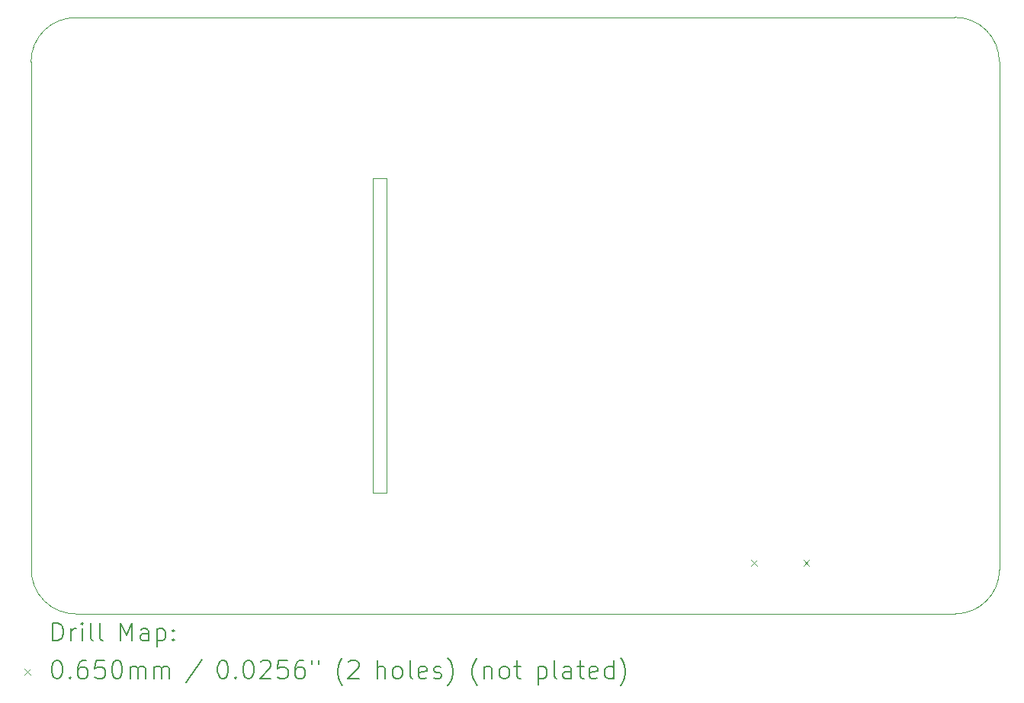
<source format=gbr>
%TF.GenerationSoftware,KiCad,Pcbnew,(7.0.0-0)*%
%TF.CreationDate,2023-03-12T14:10:56+01:00*%
%TF.ProjectId,ESPMeter,4553504d-6574-4657-922e-6b696361645f,rev?*%
%TF.SameCoordinates,Original*%
%TF.FileFunction,Drillmap*%
%TF.FilePolarity,Positive*%
%FSLAX45Y45*%
G04 Gerber Fmt 4.5, Leading zero omitted, Abs format (unit mm)*
G04 Created by KiCad (PCBNEW (7.0.0-0)) date 2023-03-12 14:10:56*
%MOMM*%
%LPD*%
G01*
G04 APERTURE LIST*
%ADD10C,0.100000*%
%ADD11C,0.200000*%
%ADD12C,0.065000*%
G04 APERTURE END LIST*
D10*
X12299250Y-7426000D02*
X12300500Y-10900000D01*
X8506250Y-6114250D02*
X8509000Y-11757500D01*
X12299250Y-7403500D02*
X12456750Y-7403500D01*
X19258500Y-6111000D02*
X19260250Y-11757500D01*
X12299250Y-7403500D02*
X12299250Y-7426000D01*
X12456750Y-7426000D02*
X12455500Y-10900000D01*
X18767750Y-12250000D02*
G75*
G03*
X19260250Y-11757500I0J492500D01*
G01*
X8509000Y-11757500D02*
G75*
G03*
X9001500Y-12250000I492500J0D01*
G01*
X9001500Y-12250000D02*
X18767750Y-12250000D01*
X12456750Y-7403500D02*
X12456750Y-7426000D01*
X8998750Y-5621750D02*
G75*
G03*
X8506250Y-6114250I0J-492500D01*
G01*
X12300500Y-10900000D02*
X12455500Y-10900000D01*
X19258500Y-6111000D02*
G75*
G03*
X18766000Y-5618500I-492500J0D01*
G01*
X8998750Y-5621750D02*
X18766000Y-5618500D01*
D11*
D12*
X16506000Y-11653180D02*
X16571000Y-11718180D01*
X16571000Y-11653180D02*
X16506000Y-11718180D01*
X17084000Y-11653180D02*
X17149000Y-11718180D01*
X17149000Y-11653180D02*
X17084000Y-11718180D01*
D11*
X8748869Y-12548476D02*
X8748869Y-12348476D01*
X8748869Y-12348476D02*
X8796488Y-12348476D01*
X8796488Y-12348476D02*
X8825060Y-12358000D01*
X8825060Y-12358000D02*
X8844107Y-12377048D01*
X8844107Y-12377048D02*
X8853631Y-12396095D01*
X8853631Y-12396095D02*
X8863155Y-12434190D01*
X8863155Y-12434190D02*
X8863155Y-12462762D01*
X8863155Y-12462762D02*
X8853631Y-12500857D01*
X8853631Y-12500857D02*
X8844107Y-12519905D01*
X8844107Y-12519905D02*
X8825060Y-12538952D01*
X8825060Y-12538952D02*
X8796488Y-12548476D01*
X8796488Y-12548476D02*
X8748869Y-12548476D01*
X8948869Y-12548476D02*
X8948869Y-12415143D01*
X8948869Y-12453238D02*
X8958393Y-12434190D01*
X8958393Y-12434190D02*
X8967917Y-12424667D01*
X8967917Y-12424667D02*
X8986964Y-12415143D01*
X8986964Y-12415143D02*
X9006012Y-12415143D01*
X9072679Y-12548476D02*
X9072679Y-12415143D01*
X9072679Y-12348476D02*
X9063155Y-12358000D01*
X9063155Y-12358000D02*
X9072679Y-12367524D01*
X9072679Y-12367524D02*
X9082202Y-12358000D01*
X9082202Y-12358000D02*
X9072679Y-12348476D01*
X9072679Y-12348476D02*
X9072679Y-12367524D01*
X9196488Y-12548476D02*
X9177441Y-12538952D01*
X9177441Y-12538952D02*
X9167917Y-12519905D01*
X9167917Y-12519905D02*
X9167917Y-12348476D01*
X9301250Y-12548476D02*
X9282202Y-12538952D01*
X9282202Y-12538952D02*
X9272679Y-12519905D01*
X9272679Y-12519905D02*
X9272679Y-12348476D01*
X9497441Y-12548476D02*
X9497441Y-12348476D01*
X9497441Y-12348476D02*
X9564107Y-12491333D01*
X9564107Y-12491333D02*
X9630774Y-12348476D01*
X9630774Y-12348476D02*
X9630774Y-12548476D01*
X9811726Y-12548476D02*
X9811726Y-12443714D01*
X9811726Y-12443714D02*
X9802202Y-12424667D01*
X9802202Y-12424667D02*
X9783155Y-12415143D01*
X9783155Y-12415143D02*
X9745060Y-12415143D01*
X9745060Y-12415143D02*
X9726012Y-12424667D01*
X9811726Y-12538952D02*
X9792679Y-12548476D01*
X9792679Y-12548476D02*
X9745060Y-12548476D01*
X9745060Y-12548476D02*
X9726012Y-12538952D01*
X9726012Y-12538952D02*
X9716488Y-12519905D01*
X9716488Y-12519905D02*
X9716488Y-12500857D01*
X9716488Y-12500857D02*
X9726012Y-12481809D01*
X9726012Y-12481809D02*
X9745060Y-12472286D01*
X9745060Y-12472286D02*
X9792679Y-12472286D01*
X9792679Y-12472286D02*
X9811726Y-12462762D01*
X9906964Y-12415143D02*
X9906964Y-12615143D01*
X9906964Y-12424667D02*
X9926012Y-12415143D01*
X9926012Y-12415143D02*
X9964107Y-12415143D01*
X9964107Y-12415143D02*
X9983155Y-12424667D01*
X9983155Y-12424667D02*
X9992679Y-12434190D01*
X9992679Y-12434190D02*
X10002202Y-12453238D01*
X10002202Y-12453238D02*
X10002202Y-12510381D01*
X10002202Y-12510381D02*
X9992679Y-12529428D01*
X9992679Y-12529428D02*
X9983155Y-12538952D01*
X9983155Y-12538952D02*
X9964107Y-12548476D01*
X9964107Y-12548476D02*
X9926012Y-12548476D01*
X9926012Y-12548476D02*
X9906964Y-12538952D01*
X10087917Y-12529428D02*
X10097441Y-12538952D01*
X10097441Y-12538952D02*
X10087917Y-12548476D01*
X10087917Y-12548476D02*
X10078393Y-12538952D01*
X10078393Y-12538952D02*
X10087917Y-12529428D01*
X10087917Y-12529428D02*
X10087917Y-12548476D01*
X10087917Y-12424667D02*
X10097441Y-12434190D01*
X10097441Y-12434190D02*
X10087917Y-12443714D01*
X10087917Y-12443714D02*
X10078393Y-12434190D01*
X10078393Y-12434190D02*
X10087917Y-12424667D01*
X10087917Y-12424667D02*
X10087917Y-12443714D01*
D12*
X8436250Y-12862500D02*
X8501250Y-12927500D01*
X8501250Y-12862500D02*
X8436250Y-12927500D01*
D11*
X8786964Y-12768476D02*
X8806012Y-12768476D01*
X8806012Y-12768476D02*
X8825060Y-12778000D01*
X8825060Y-12778000D02*
X8834583Y-12787524D01*
X8834583Y-12787524D02*
X8844107Y-12806571D01*
X8844107Y-12806571D02*
X8853631Y-12844667D01*
X8853631Y-12844667D02*
X8853631Y-12892286D01*
X8853631Y-12892286D02*
X8844107Y-12930381D01*
X8844107Y-12930381D02*
X8834583Y-12949428D01*
X8834583Y-12949428D02*
X8825060Y-12958952D01*
X8825060Y-12958952D02*
X8806012Y-12968476D01*
X8806012Y-12968476D02*
X8786964Y-12968476D01*
X8786964Y-12968476D02*
X8767917Y-12958952D01*
X8767917Y-12958952D02*
X8758393Y-12949428D01*
X8758393Y-12949428D02*
X8748869Y-12930381D01*
X8748869Y-12930381D02*
X8739345Y-12892286D01*
X8739345Y-12892286D02*
X8739345Y-12844667D01*
X8739345Y-12844667D02*
X8748869Y-12806571D01*
X8748869Y-12806571D02*
X8758393Y-12787524D01*
X8758393Y-12787524D02*
X8767917Y-12778000D01*
X8767917Y-12778000D02*
X8786964Y-12768476D01*
X8939345Y-12949428D02*
X8948869Y-12958952D01*
X8948869Y-12958952D02*
X8939345Y-12968476D01*
X8939345Y-12968476D02*
X8929822Y-12958952D01*
X8929822Y-12958952D02*
X8939345Y-12949428D01*
X8939345Y-12949428D02*
X8939345Y-12968476D01*
X9120298Y-12768476D02*
X9082202Y-12768476D01*
X9082202Y-12768476D02*
X9063155Y-12778000D01*
X9063155Y-12778000D02*
X9053631Y-12787524D01*
X9053631Y-12787524D02*
X9034583Y-12816095D01*
X9034583Y-12816095D02*
X9025060Y-12854190D01*
X9025060Y-12854190D02*
X9025060Y-12930381D01*
X9025060Y-12930381D02*
X9034583Y-12949428D01*
X9034583Y-12949428D02*
X9044107Y-12958952D01*
X9044107Y-12958952D02*
X9063155Y-12968476D01*
X9063155Y-12968476D02*
X9101250Y-12968476D01*
X9101250Y-12968476D02*
X9120298Y-12958952D01*
X9120298Y-12958952D02*
X9129822Y-12949428D01*
X9129822Y-12949428D02*
X9139345Y-12930381D01*
X9139345Y-12930381D02*
X9139345Y-12882762D01*
X9139345Y-12882762D02*
X9129822Y-12863714D01*
X9129822Y-12863714D02*
X9120298Y-12854190D01*
X9120298Y-12854190D02*
X9101250Y-12844667D01*
X9101250Y-12844667D02*
X9063155Y-12844667D01*
X9063155Y-12844667D02*
X9044107Y-12854190D01*
X9044107Y-12854190D02*
X9034583Y-12863714D01*
X9034583Y-12863714D02*
X9025060Y-12882762D01*
X9320298Y-12768476D02*
X9225060Y-12768476D01*
X9225060Y-12768476D02*
X9215536Y-12863714D01*
X9215536Y-12863714D02*
X9225060Y-12854190D01*
X9225060Y-12854190D02*
X9244107Y-12844667D01*
X9244107Y-12844667D02*
X9291726Y-12844667D01*
X9291726Y-12844667D02*
X9310774Y-12854190D01*
X9310774Y-12854190D02*
X9320298Y-12863714D01*
X9320298Y-12863714D02*
X9329822Y-12882762D01*
X9329822Y-12882762D02*
X9329822Y-12930381D01*
X9329822Y-12930381D02*
X9320298Y-12949428D01*
X9320298Y-12949428D02*
X9310774Y-12958952D01*
X9310774Y-12958952D02*
X9291726Y-12968476D01*
X9291726Y-12968476D02*
X9244107Y-12968476D01*
X9244107Y-12968476D02*
X9225060Y-12958952D01*
X9225060Y-12958952D02*
X9215536Y-12949428D01*
X9453631Y-12768476D02*
X9472679Y-12768476D01*
X9472679Y-12768476D02*
X9491726Y-12778000D01*
X9491726Y-12778000D02*
X9501250Y-12787524D01*
X9501250Y-12787524D02*
X9510774Y-12806571D01*
X9510774Y-12806571D02*
X9520298Y-12844667D01*
X9520298Y-12844667D02*
X9520298Y-12892286D01*
X9520298Y-12892286D02*
X9510774Y-12930381D01*
X9510774Y-12930381D02*
X9501250Y-12949428D01*
X9501250Y-12949428D02*
X9491726Y-12958952D01*
X9491726Y-12958952D02*
X9472679Y-12968476D01*
X9472679Y-12968476D02*
X9453631Y-12968476D01*
X9453631Y-12968476D02*
X9434583Y-12958952D01*
X9434583Y-12958952D02*
X9425060Y-12949428D01*
X9425060Y-12949428D02*
X9415536Y-12930381D01*
X9415536Y-12930381D02*
X9406012Y-12892286D01*
X9406012Y-12892286D02*
X9406012Y-12844667D01*
X9406012Y-12844667D02*
X9415536Y-12806571D01*
X9415536Y-12806571D02*
X9425060Y-12787524D01*
X9425060Y-12787524D02*
X9434583Y-12778000D01*
X9434583Y-12778000D02*
X9453631Y-12768476D01*
X9606012Y-12968476D02*
X9606012Y-12835143D01*
X9606012Y-12854190D02*
X9615536Y-12844667D01*
X9615536Y-12844667D02*
X9634583Y-12835143D01*
X9634583Y-12835143D02*
X9663155Y-12835143D01*
X9663155Y-12835143D02*
X9682203Y-12844667D01*
X9682203Y-12844667D02*
X9691726Y-12863714D01*
X9691726Y-12863714D02*
X9691726Y-12968476D01*
X9691726Y-12863714D02*
X9701250Y-12844667D01*
X9701250Y-12844667D02*
X9720298Y-12835143D01*
X9720298Y-12835143D02*
X9748869Y-12835143D01*
X9748869Y-12835143D02*
X9767917Y-12844667D01*
X9767917Y-12844667D02*
X9777441Y-12863714D01*
X9777441Y-12863714D02*
X9777441Y-12968476D01*
X9872679Y-12968476D02*
X9872679Y-12835143D01*
X9872679Y-12854190D02*
X9882203Y-12844667D01*
X9882203Y-12844667D02*
X9901250Y-12835143D01*
X9901250Y-12835143D02*
X9929822Y-12835143D01*
X9929822Y-12835143D02*
X9948869Y-12844667D01*
X9948869Y-12844667D02*
X9958393Y-12863714D01*
X9958393Y-12863714D02*
X9958393Y-12968476D01*
X9958393Y-12863714D02*
X9967917Y-12844667D01*
X9967917Y-12844667D02*
X9986964Y-12835143D01*
X9986964Y-12835143D02*
X10015536Y-12835143D01*
X10015536Y-12835143D02*
X10034584Y-12844667D01*
X10034584Y-12844667D02*
X10044107Y-12863714D01*
X10044107Y-12863714D02*
X10044107Y-12968476D01*
X10402203Y-12758952D02*
X10230774Y-13016095D01*
X10626964Y-12768476D02*
X10646012Y-12768476D01*
X10646012Y-12768476D02*
X10665060Y-12778000D01*
X10665060Y-12778000D02*
X10674584Y-12787524D01*
X10674584Y-12787524D02*
X10684107Y-12806571D01*
X10684107Y-12806571D02*
X10693631Y-12844667D01*
X10693631Y-12844667D02*
X10693631Y-12892286D01*
X10693631Y-12892286D02*
X10684107Y-12930381D01*
X10684107Y-12930381D02*
X10674584Y-12949428D01*
X10674584Y-12949428D02*
X10665060Y-12958952D01*
X10665060Y-12958952D02*
X10646012Y-12968476D01*
X10646012Y-12968476D02*
X10626964Y-12968476D01*
X10626964Y-12968476D02*
X10607917Y-12958952D01*
X10607917Y-12958952D02*
X10598393Y-12949428D01*
X10598393Y-12949428D02*
X10588869Y-12930381D01*
X10588869Y-12930381D02*
X10579345Y-12892286D01*
X10579345Y-12892286D02*
X10579345Y-12844667D01*
X10579345Y-12844667D02*
X10588869Y-12806571D01*
X10588869Y-12806571D02*
X10598393Y-12787524D01*
X10598393Y-12787524D02*
X10607917Y-12778000D01*
X10607917Y-12778000D02*
X10626964Y-12768476D01*
X10779345Y-12949428D02*
X10788869Y-12958952D01*
X10788869Y-12958952D02*
X10779345Y-12968476D01*
X10779345Y-12968476D02*
X10769822Y-12958952D01*
X10769822Y-12958952D02*
X10779345Y-12949428D01*
X10779345Y-12949428D02*
X10779345Y-12968476D01*
X10912679Y-12768476D02*
X10931726Y-12768476D01*
X10931726Y-12768476D02*
X10950774Y-12778000D01*
X10950774Y-12778000D02*
X10960298Y-12787524D01*
X10960298Y-12787524D02*
X10969822Y-12806571D01*
X10969822Y-12806571D02*
X10979345Y-12844667D01*
X10979345Y-12844667D02*
X10979345Y-12892286D01*
X10979345Y-12892286D02*
X10969822Y-12930381D01*
X10969822Y-12930381D02*
X10960298Y-12949428D01*
X10960298Y-12949428D02*
X10950774Y-12958952D01*
X10950774Y-12958952D02*
X10931726Y-12968476D01*
X10931726Y-12968476D02*
X10912679Y-12968476D01*
X10912679Y-12968476D02*
X10893631Y-12958952D01*
X10893631Y-12958952D02*
X10884107Y-12949428D01*
X10884107Y-12949428D02*
X10874584Y-12930381D01*
X10874584Y-12930381D02*
X10865060Y-12892286D01*
X10865060Y-12892286D02*
X10865060Y-12844667D01*
X10865060Y-12844667D02*
X10874584Y-12806571D01*
X10874584Y-12806571D02*
X10884107Y-12787524D01*
X10884107Y-12787524D02*
X10893631Y-12778000D01*
X10893631Y-12778000D02*
X10912679Y-12768476D01*
X11055536Y-12787524D02*
X11065060Y-12778000D01*
X11065060Y-12778000D02*
X11084107Y-12768476D01*
X11084107Y-12768476D02*
X11131726Y-12768476D01*
X11131726Y-12768476D02*
X11150774Y-12778000D01*
X11150774Y-12778000D02*
X11160298Y-12787524D01*
X11160298Y-12787524D02*
X11169822Y-12806571D01*
X11169822Y-12806571D02*
X11169822Y-12825619D01*
X11169822Y-12825619D02*
X11160298Y-12854190D01*
X11160298Y-12854190D02*
X11046012Y-12968476D01*
X11046012Y-12968476D02*
X11169822Y-12968476D01*
X11350774Y-12768476D02*
X11255536Y-12768476D01*
X11255536Y-12768476D02*
X11246012Y-12863714D01*
X11246012Y-12863714D02*
X11255536Y-12854190D01*
X11255536Y-12854190D02*
X11274583Y-12844667D01*
X11274583Y-12844667D02*
X11322203Y-12844667D01*
X11322203Y-12844667D02*
X11341250Y-12854190D01*
X11341250Y-12854190D02*
X11350774Y-12863714D01*
X11350774Y-12863714D02*
X11360298Y-12882762D01*
X11360298Y-12882762D02*
X11360298Y-12930381D01*
X11360298Y-12930381D02*
X11350774Y-12949428D01*
X11350774Y-12949428D02*
X11341250Y-12958952D01*
X11341250Y-12958952D02*
X11322203Y-12968476D01*
X11322203Y-12968476D02*
X11274583Y-12968476D01*
X11274583Y-12968476D02*
X11255536Y-12958952D01*
X11255536Y-12958952D02*
X11246012Y-12949428D01*
X11531726Y-12768476D02*
X11493631Y-12768476D01*
X11493631Y-12768476D02*
X11474583Y-12778000D01*
X11474583Y-12778000D02*
X11465060Y-12787524D01*
X11465060Y-12787524D02*
X11446012Y-12816095D01*
X11446012Y-12816095D02*
X11436488Y-12854190D01*
X11436488Y-12854190D02*
X11436488Y-12930381D01*
X11436488Y-12930381D02*
X11446012Y-12949428D01*
X11446012Y-12949428D02*
X11455536Y-12958952D01*
X11455536Y-12958952D02*
X11474583Y-12968476D01*
X11474583Y-12968476D02*
X11512679Y-12968476D01*
X11512679Y-12968476D02*
X11531726Y-12958952D01*
X11531726Y-12958952D02*
X11541250Y-12949428D01*
X11541250Y-12949428D02*
X11550774Y-12930381D01*
X11550774Y-12930381D02*
X11550774Y-12882762D01*
X11550774Y-12882762D02*
X11541250Y-12863714D01*
X11541250Y-12863714D02*
X11531726Y-12854190D01*
X11531726Y-12854190D02*
X11512679Y-12844667D01*
X11512679Y-12844667D02*
X11474583Y-12844667D01*
X11474583Y-12844667D02*
X11455536Y-12854190D01*
X11455536Y-12854190D02*
X11446012Y-12863714D01*
X11446012Y-12863714D02*
X11436488Y-12882762D01*
X11626964Y-12768476D02*
X11626964Y-12806571D01*
X11703155Y-12768476D02*
X11703155Y-12806571D01*
X11966012Y-13044667D02*
X11956488Y-13035143D01*
X11956488Y-13035143D02*
X11937441Y-13006571D01*
X11937441Y-13006571D02*
X11927917Y-12987524D01*
X11927917Y-12987524D02*
X11918393Y-12958952D01*
X11918393Y-12958952D02*
X11908869Y-12911333D01*
X11908869Y-12911333D02*
X11908869Y-12873238D01*
X11908869Y-12873238D02*
X11918393Y-12825619D01*
X11918393Y-12825619D02*
X11927917Y-12797048D01*
X11927917Y-12797048D02*
X11937441Y-12778000D01*
X11937441Y-12778000D02*
X11956488Y-12749428D01*
X11956488Y-12749428D02*
X11966012Y-12739905D01*
X12032679Y-12787524D02*
X12042203Y-12778000D01*
X12042203Y-12778000D02*
X12061250Y-12768476D01*
X12061250Y-12768476D02*
X12108869Y-12768476D01*
X12108869Y-12768476D02*
X12127917Y-12778000D01*
X12127917Y-12778000D02*
X12137441Y-12787524D01*
X12137441Y-12787524D02*
X12146964Y-12806571D01*
X12146964Y-12806571D02*
X12146964Y-12825619D01*
X12146964Y-12825619D02*
X12137441Y-12854190D01*
X12137441Y-12854190D02*
X12023155Y-12968476D01*
X12023155Y-12968476D02*
X12146964Y-12968476D01*
X12352679Y-12968476D02*
X12352679Y-12768476D01*
X12438393Y-12968476D02*
X12438393Y-12863714D01*
X12438393Y-12863714D02*
X12428869Y-12844667D01*
X12428869Y-12844667D02*
X12409822Y-12835143D01*
X12409822Y-12835143D02*
X12381250Y-12835143D01*
X12381250Y-12835143D02*
X12362203Y-12844667D01*
X12362203Y-12844667D02*
X12352679Y-12854190D01*
X12562203Y-12968476D02*
X12543155Y-12958952D01*
X12543155Y-12958952D02*
X12533631Y-12949428D01*
X12533631Y-12949428D02*
X12524107Y-12930381D01*
X12524107Y-12930381D02*
X12524107Y-12873238D01*
X12524107Y-12873238D02*
X12533631Y-12854190D01*
X12533631Y-12854190D02*
X12543155Y-12844667D01*
X12543155Y-12844667D02*
X12562203Y-12835143D01*
X12562203Y-12835143D02*
X12590774Y-12835143D01*
X12590774Y-12835143D02*
X12609822Y-12844667D01*
X12609822Y-12844667D02*
X12619345Y-12854190D01*
X12619345Y-12854190D02*
X12628869Y-12873238D01*
X12628869Y-12873238D02*
X12628869Y-12930381D01*
X12628869Y-12930381D02*
X12619345Y-12949428D01*
X12619345Y-12949428D02*
X12609822Y-12958952D01*
X12609822Y-12958952D02*
X12590774Y-12968476D01*
X12590774Y-12968476D02*
X12562203Y-12968476D01*
X12743155Y-12968476D02*
X12724107Y-12958952D01*
X12724107Y-12958952D02*
X12714584Y-12939905D01*
X12714584Y-12939905D02*
X12714584Y-12768476D01*
X12895536Y-12958952D02*
X12876488Y-12968476D01*
X12876488Y-12968476D02*
X12838393Y-12968476D01*
X12838393Y-12968476D02*
X12819345Y-12958952D01*
X12819345Y-12958952D02*
X12809822Y-12939905D01*
X12809822Y-12939905D02*
X12809822Y-12863714D01*
X12809822Y-12863714D02*
X12819345Y-12844667D01*
X12819345Y-12844667D02*
X12838393Y-12835143D01*
X12838393Y-12835143D02*
X12876488Y-12835143D01*
X12876488Y-12835143D02*
X12895536Y-12844667D01*
X12895536Y-12844667D02*
X12905060Y-12863714D01*
X12905060Y-12863714D02*
X12905060Y-12882762D01*
X12905060Y-12882762D02*
X12809822Y-12901809D01*
X12981250Y-12958952D02*
X13000298Y-12968476D01*
X13000298Y-12968476D02*
X13038393Y-12968476D01*
X13038393Y-12968476D02*
X13057441Y-12958952D01*
X13057441Y-12958952D02*
X13066965Y-12939905D01*
X13066965Y-12939905D02*
X13066965Y-12930381D01*
X13066965Y-12930381D02*
X13057441Y-12911333D01*
X13057441Y-12911333D02*
X13038393Y-12901809D01*
X13038393Y-12901809D02*
X13009822Y-12901809D01*
X13009822Y-12901809D02*
X12990774Y-12892286D01*
X12990774Y-12892286D02*
X12981250Y-12873238D01*
X12981250Y-12873238D02*
X12981250Y-12863714D01*
X12981250Y-12863714D02*
X12990774Y-12844667D01*
X12990774Y-12844667D02*
X13009822Y-12835143D01*
X13009822Y-12835143D02*
X13038393Y-12835143D01*
X13038393Y-12835143D02*
X13057441Y-12844667D01*
X13133631Y-13044667D02*
X13143155Y-13035143D01*
X13143155Y-13035143D02*
X13162203Y-13006571D01*
X13162203Y-13006571D02*
X13171726Y-12987524D01*
X13171726Y-12987524D02*
X13181250Y-12958952D01*
X13181250Y-12958952D02*
X13190774Y-12911333D01*
X13190774Y-12911333D02*
X13190774Y-12873238D01*
X13190774Y-12873238D02*
X13181250Y-12825619D01*
X13181250Y-12825619D02*
X13171726Y-12797048D01*
X13171726Y-12797048D02*
X13162203Y-12778000D01*
X13162203Y-12778000D02*
X13143155Y-12749428D01*
X13143155Y-12749428D02*
X13133631Y-12739905D01*
X13463155Y-13044667D02*
X13453631Y-13035143D01*
X13453631Y-13035143D02*
X13434584Y-13006571D01*
X13434584Y-13006571D02*
X13425060Y-12987524D01*
X13425060Y-12987524D02*
X13415536Y-12958952D01*
X13415536Y-12958952D02*
X13406012Y-12911333D01*
X13406012Y-12911333D02*
X13406012Y-12873238D01*
X13406012Y-12873238D02*
X13415536Y-12825619D01*
X13415536Y-12825619D02*
X13425060Y-12797048D01*
X13425060Y-12797048D02*
X13434584Y-12778000D01*
X13434584Y-12778000D02*
X13453631Y-12749428D01*
X13453631Y-12749428D02*
X13463155Y-12739905D01*
X13539345Y-12835143D02*
X13539345Y-12968476D01*
X13539345Y-12854190D02*
X13548869Y-12844667D01*
X13548869Y-12844667D02*
X13567917Y-12835143D01*
X13567917Y-12835143D02*
X13596488Y-12835143D01*
X13596488Y-12835143D02*
X13615536Y-12844667D01*
X13615536Y-12844667D02*
X13625060Y-12863714D01*
X13625060Y-12863714D02*
X13625060Y-12968476D01*
X13748869Y-12968476D02*
X13729822Y-12958952D01*
X13729822Y-12958952D02*
X13720298Y-12949428D01*
X13720298Y-12949428D02*
X13710774Y-12930381D01*
X13710774Y-12930381D02*
X13710774Y-12873238D01*
X13710774Y-12873238D02*
X13720298Y-12854190D01*
X13720298Y-12854190D02*
X13729822Y-12844667D01*
X13729822Y-12844667D02*
X13748869Y-12835143D01*
X13748869Y-12835143D02*
X13777441Y-12835143D01*
X13777441Y-12835143D02*
X13796488Y-12844667D01*
X13796488Y-12844667D02*
X13806012Y-12854190D01*
X13806012Y-12854190D02*
X13815536Y-12873238D01*
X13815536Y-12873238D02*
X13815536Y-12930381D01*
X13815536Y-12930381D02*
X13806012Y-12949428D01*
X13806012Y-12949428D02*
X13796488Y-12958952D01*
X13796488Y-12958952D02*
X13777441Y-12968476D01*
X13777441Y-12968476D02*
X13748869Y-12968476D01*
X13872679Y-12835143D02*
X13948869Y-12835143D01*
X13901250Y-12768476D02*
X13901250Y-12939905D01*
X13901250Y-12939905D02*
X13910774Y-12958952D01*
X13910774Y-12958952D02*
X13929822Y-12968476D01*
X13929822Y-12968476D02*
X13948869Y-12968476D01*
X14135536Y-12835143D02*
X14135536Y-13035143D01*
X14135536Y-12844667D02*
X14154584Y-12835143D01*
X14154584Y-12835143D02*
X14192679Y-12835143D01*
X14192679Y-12835143D02*
X14211726Y-12844667D01*
X14211726Y-12844667D02*
X14221250Y-12854190D01*
X14221250Y-12854190D02*
X14230774Y-12873238D01*
X14230774Y-12873238D02*
X14230774Y-12930381D01*
X14230774Y-12930381D02*
X14221250Y-12949428D01*
X14221250Y-12949428D02*
X14211726Y-12958952D01*
X14211726Y-12958952D02*
X14192679Y-12968476D01*
X14192679Y-12968476D02*
X14154584Y-12968476D01*
X14154584Y-12968476D02*
X14135536Y-12958952D01*
X14345060Y-12968476D02*
X14326012Y-12958952D01*
X14326012Y-12958952D02*
X14316488Y-12939905D01*
X14316488Y-12939905D02*
X14316488Y-12768476D01*
X14506965Y-12968476D02*
X14506965Y-12863714D01*
X14506965Y-12863714D02*
X14497441Y-12844667D01*
X14497441Y-12844667D02*
X14478393Y-12835143D01*
X14478393Y-12835143D02*
X14440298Y-12835143D01*
X14440298Y-12835143D02*
X14421250Y-12844667D01*
X14506965Y-12958952D02*
X14487917Y-12968476D01*
X14487917Y-12968476D02*
X14440298Y-12968476D01*
X14440298Y-12968476D02*
X14421250Y-12958952D01*
X14421250Y-12958952D02*
X14411726Y-12939905D01*
X14411726Y-12939905D02*
X14411726Y-12920857D01*
X14411726Y-12920857D02*
X14421250Y-12901809D01*
X14421250Y-12901809D02*
X14440298Y-12892286D01*
X14440298Y-12892286D02*
X14487917Y-12892286D01*
X14487917Y-12892286D02*
X14506965Y-12882762D01*
X14573631Y-12835143D02*
X14649822Y-12835143D01*
X14602203Y-12768476D02*
X14602203Y-12939905D01*
X14602203Y-12939905D02*
X14611726Y-12958952D01*
X14611726Y-12958952D02*
X14630774Y-12968476D01*
X14630774Y-12968476D02*
X14649822Y-12968476D01*
X14792679Y-12958952D02*
X14773631Y-12968476D01*
X14773631Y-12968476D02*
X14735536Y-12968476D01*
X14735536Y-12968476D02*
X14716488Y-12958952D01*
X14716488Y-12958952D02*
X14706965Y-12939905D01*
X14706965Y-12939905D02*
X14706965Y-12863714D01*
X14706965Y-12863714D02*
X14716488Y-12844667D01*
X14716488Y-12844667D02*
X14735536Y-12835143D01*
X14735536Y-12835143D02*
X14773631Y-12835143D01*
X14773631Y-12835143D02*
X14792679Y-12844667D01*
X14792679Y-12844667D02*
X14802203Y-12863714D01*
X14802203Y-12863714D02*
X14802203Y-12882762D01*
X14802203Y-12882762D02*
X14706965Y-12901809D01*
X14973631Y-12968476D02*
X14973631Y-12768476D01*
X14973631Y-12958952D02*
X14954584Y-12968476D01*
X14954584Y-12968476D02*
X14916488Y-12968476D01*
X14916488Y-12968476D02*
X14897441Y-12958952D01*
X14897441Y-12958952D02*
X14887917Y-12949428D01*
X14887917Y-12949428D02*
X14878393Y-12930381D01*
X14878393Y-12930381D02*
X14878393Y-12873238D01*
X14878393Y-12873238D02*
X14887917Y-12854190D01*
X14887917Y-12854190D02*
X14897441Y-12844667D01*
X14897441Y-12844667D02*
X14916488Y-12835143D01*
X14916488Y-12835143D02*
X14954584Y-12835143D01*
X14954584Y-12835143D02*
X14973631Y-12844667D01*
X15049822Y-13044667D02*
X15059346Y-13035143D01*
X15059346Y-13035143D02*
X15078393Y-13006571D01*
X15078393Y-13006571D02*
X15087917Y-12987524D01*
X15087917Y-12987524D02*
X15097441Y-12958952D01*
X15097441Y-12958952D02*
X15106965Y-12911333D01*
X15106965Y-12911333D02*
X15106965Y-12873238D01*
X15106965Y-12873238D02*
X15097441Y-12825619D01*
X15097441Y-12825619D02*
X15087917Y-12797048D01*
X15087917Y-12797048D02*
X15078393Y-12778000D01*
X15078393Y-12778000D02*
X15059346Y-12749428D01*
X15059346Y-12749428D02*
X15049822Y-12739905D01*
M02*

</source>
